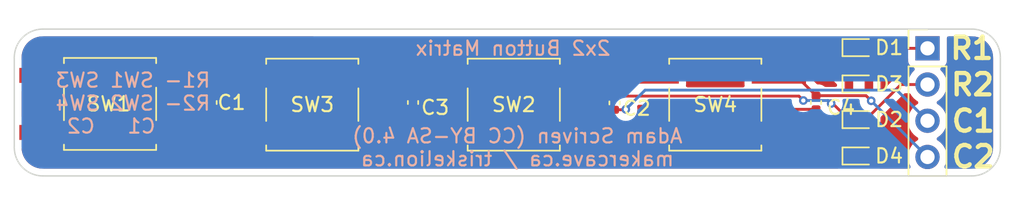
<source format=kicad_pcb>
(kicad_pcb (version 20211014) (generator pcbnew)
  (title_block (comment 4 "AISLER Project ID: IMJNDNFW"))
  (layers (0 "F.Cu" signal) (31 "B.Cu" signal) (34 "B.Paste" user) (35 "F.Paste" user) (36 "B.SilkS" user "B.Silkscreen") (37 "F.SilkS" user "F.Silkscreen") (38 "B.Mask" user) (39 "F.Mask" user) (44 "Edge.Cuts" user))
  (net 0 "")
  (net 1 "Net-(C1-Pad1)")
  (net 2 "GPIO22 (phys 15)")
  (net 3 "Net-(C2-Pad1)")
  (net 4 "Net-(C3-Pad1)")
  (net 5 "GPIO23 (phys 16)")
  (net 6 "Net-(C4-Pad1)")
  (net 7 "GPIO17 (phys 11)")
  (net 8 "GPIO27 (phys 13)")
  (net 9 "Net-(C1-Pad2)")
  (net 10 "Net-(C3-Pad2)")
  (footprint "ul_222JMVABR:222JMVABR" (layer "F.Cu") (at 106.7 94.95 180)
    (fp_text reference "SW1" (at 0.1 0) (layer "F.SilkS"))
    (fp_text value "SW_SPST" hide)
    (fp_line (start 3.2258 3.2258) (end 3.2258 2.858041) (layer "F.SilkS") (width 0.12))
    (fp_line (start -3.2258 -1.141961) (end -3.2258 1.141961) (layer "F.SilkS") (width 0.12))
    (fp_line (start -3.2258 -3.2258) (end -3.2258 -2.858041) (layer "F.SilkS") (width 0.12))
    (fp_line (start -3.2258 3.2258) (end 3.2258 3.2258) (layer "F.SilkS") (width 0.12))
    (fp_line (start -3.2258 2.858041) (end -3.2258 3.2258) (layer "F.SilkS") (width 0.12))
    (fp_line (start 3.2258 -3.2258) (end -3.2258 -3.2258) (layer "F.SilkS") (width 0.12))
    (fp_line (start 3.2258 -2.858041) (end 3.2258 -3.2258) (layer "F.SilkS") (width 0.12))
    (fp_line (start 3.2258 1.141961) (end 3.2258 -1.141961) (layer "F.SilkS") (width 0.12))
    (pad "1" smd rect (at -4.450598 -2.000001 180) (size 3.798799 1.0506) (layers "F.Cu" "F.Paste" "F.Mask"))
    (pad "2" smd rect (at -4.450598 2.000001 180) (size 3.798799 1.0506) (layers "F.Cu" "F.Paste" "F.Mask") (net 1 "Net-(C1-Pad1)"))
    (pad "3" smd rect (at 4.450598 2.000001 180) (size 3.798799 1.0506) (layers "F.Cu" "F.Paste" "F.Mask"))
    (pad "4" smd rect (at 4.450598 -2.000001 180) (size 3.798799 1.0506) (layers "F.Cu" "F.Paste" "F.Mask") (net 9 "Net-(C1-Pad2)"))
  )
  (footprint "Diode_SMD:D_SOD-523" (layer "F.Cu") (at 159.1 93.55)
    (fp_text reference "D3" (at 2.11 0) (layer "F.SilkS"))
    (fp_text value "1N4148")
    (fp_line (start 0.7 -0.6) (end -1.15 -0.6) (layer "F.SilkS") (width 0.12))
    (fp_line (start 0.7 0.6) (end -1.15 0.6) (layer "F.SilkS") (width 0.12))
    (fp_line (start -1.15 -0.6) (end -1.15 0.6) (layer "F.SilkS") (width 0.12))
    (pad "1" smd rect (at -0.7 0 180) (size 0.6 0.7) (layers "F.Cu" "F.Paste" "F.Mask") (net 4 "Net-(C3-Pad1)"))
    (pad "2" smd rect (at 0.7 0 180) (size 0.6 0.7) (layers "F.Cu" "F.Paste" "F.Mask") (net 7 "GPIO17 (phys 11)"))
  )
  (footprint "Capacitor_SMD:C_0402_1005Metric" (layer "F.Cu") (at 127.9 94.85 -90)
    (fp_text reference "C3" (at 0.35 -1.55) (layer "F.SilkS"))
    (fp_text value "0.1uF")
    (fp_line (start -0.107836 0.36) (end 0.107836 0.36) (layer "F.SilkS") (width 0.12))
    (fp_line (start -0.107836 -0.36) (end 0.107836 -0.36) (layer "F.SilkS") (width 0.12))
    (pad "1" smd roundrect (at -0.48 0 270) (size 0.56 0.62) (layers "F.Cu" "F.Paste" "F.Mask") (net 4 "Net-(C3-Pad1)"))
    (pad "2" smd roundrect (at 0.48 0 270) (size 0.56 0.62) (layers "F.Cu" "F.Paste" "F.Mask") (net 10 "Net-(C3-Pad2)"))
  )
  (footprint "Diode_SMD:D_SOD-523" (layer "F.Cu") (at 159.1 96.05)
    (fp_text reference "D2" (at 2.11 0) (layer "F.SilkS"))
    (fp_text value "1N4148")
    (fp_line (start -1.15 -0.6) (end -1.15 0.6) (layer "F.SilkS") (width 0.12))
    (fp_line (start 0.7 -0.6) (end -1.15 -0.6) (layer "F.SilkS") (width 0.12))
    (fp_line (start 0.7 0.6) (end -1.15 0.6) (layer "F.SilkS") (width 0.12))
    (pad "1" smd rect (at -0.7 0 180) (size 0.6 0.7) (layers "F.Cu" "F.Paste" "F.Mask") (net 3 "Net-(C2-Pad1)"))
    (pad "2" smd rect (at 0.7 0 180) (size 0.6 0.7) (layers "F.Cu" "F.Paste" "F.Mask") (net 8 "GPIO27 (phys 13)"))
  )
  (footprint "Connector_PinHeader_2.54mm:PinHeader_1x04_P2.54mm_Vertical" (layer "F.Cu") (at 163.9 91.05)
    (fp_text reference "J1" hide)
    (fp_text value "Conn_01x04_Male")
    (fp_line (start 1.33 1.27) (end 1.33 8.95) (layer "F.SilkS") (width 0.12))
    (fp_line (start -1.33 1.27) (end -1.33 8.95) (layer "F.SilkS") (width 0.12))
    (fp_line (start -1.33 1.27) (end 1.33 1.27) (layer "F.SilkS") (width 0.12))
    (fp_line (start -1.33 8.95) (end 1.33 8.95) (layer "F.SilkS") (width 0.12))
    (fp_line (start -1.33 -1.33) (end 0 -1.33) (layer "F.SilkS") (width 0.12))
    (fp_line (start -1.33 0) (end -1.33 -1.33) (layer "F.SilkS") (width 0.12))
    (pad "1" thru_hole rect (at 0 0) (size 1.7 1.7) (drill 1) (layers *.Cu *.Mask) (net 7 "GPIO17 (phys 11)"))
    (pad "2" thru_hole oval (at 0 2.54) (size 1.7 1.7) (drill 1) (layers *.Cu *.Mask) (net 8 "GPIO27 (phys 13)"))
    (pad "3" thru_hole oval (at 0 5.08) (size 1.7 1.7) (drill 1) (layers *.Cu *.Mask) (net 2 "GPIO22 (phys 15)"))
    (pad "4" thru_hole oval (at 0 7.62) (size 1.7 1.7) (drill 1) (layers *.Cu *.Mask) (net 5 "GPIO23 (phys 16)"))
  )
  (footprint "Diode_SMD:D_SOD-523" (layer "F.Cu") (at 159.1 98.6)
    (fp_text reference "D4" (at 2.11 0) (layer "F.SilkS"))
    (fp_text value "1N4148")
    (fp_line (start 0.7 0.6) (end -1.15 0.6) (layer "F.SilkS") (width 0.12))
    (fp_line (start 0.7 -0.6) (end -1.15 -0.6) (layer "F.SilkS") (width 0.12))
    (fp_line (start -1.15 -0.6) (end -1.15 0.6) (layer "F.SilkS") (width 0.12))
    (pad "1" smd rect (at -0.7 0 180) (size 0.6 0.7) (layers "F.Cu" "F.Paste" "F.Mask") (net 6 "Net-(C4-Pad1)"))
    (pad "2" smd rect (at 0.7 0 180) (size 0.6 0.7) (layers "F.Cu" "F.Paste" "F.Mask") (net 8 "GPIO27 (phys 13)"))
  )
  (footprint "Capacitor_SMD:C_0402_1005Metric" (layer "F.Cu") (at 113.8 94.85 -90)
    (fp_text reference "C1" (at 0 -1.4) (layer "F.SilkS"))
    (fp_text value "0.1uF")
    (fp_line (start -0.107836 0.36) (end 0.107836 0.36) (layer "F.SilkS") (width 0.12))
    (fp_line (start -0.107836 -0.36) (end 0.107836 -0.36) (layer "F.SilkS") (width 0.12))
    (pad "1" smd roundrect (at -0.48 0 270) (size 0.56 0.62) (layers "F.Cu" "F.Paste" "F.Mask") (net 1 "Net-(C1-Pad1)"))
    (pad "2" smd roundrect (at 0.48 0 270) (size 0.56 0.62) (layers "F.Cu" "F.Paste" "F.Mask") (net 9 "Net-(C1-Pad2)"))
  )
  (footprint "ul_222JMVABR:222JMVABR" (layer "F.Cu") (at 134.95 95 180)
    (fp_text reference "SW2" (at 0 0) (layer "F.SilkS"))
    (fp_text value "SW_SPST" hide)
    (fp_line (start 3.2258 3.2258) (end 3.2258 2.858041) (layer "F.SilkS") (width 0.12))
    (fp_line (start -3.2258 -3.2258) (end -3.2258 -2.858041) (layer "F.SilkS") (width 0.12))
    (fp_line (start 3.2258 -2.858041) (end 3.2258 -3.2258) (layer "F.SilkS") (width 0.12))
    (fp_line (start -3.2258 -1.141961) (end -3.2258 1.141961) (layer "F.SilkS") (width 0.12))
    (fp_line (start 3.2258 1.141961) (end 3.2258 -1.141961) (layer "F.SilkS") (width 0.12))
    (fp_line (start 3.2258 -3.2258) (end -3.2258 -3.2258) (layer "F.SilkS") (width 0.12))
    (fp_line (start -3.2258 3.2258) (end 3.2258 3.2258) (layer "F.SilkS") (width 0.12))
    (fp_line (start -3.2258 2.858041) (end -3.2258 3.2258) (layer "F.SilkS") (width 0.12))
    (pad "1" smd rect (at -4.450598 -2.000001 180) (size 3.798799 1.0506) (layers "F.Cu" "F.Paste" "F.Mask"))
    (pad "2" smd rect (at -4.450598 2.000001 180) (size 3.798799 1.0506) (layers "F.Cu" "F.Paste" "F.Mask") (net 3 "Net-(C2-Pad1)"))
    (pad "3" smd rect (at 4.450598 2.000001 180) (size 3.798799 1.0506) (layers "F.Cu" "F.Paste" "F.Mask") (net 9 "Net-(C1-Pad2)"))
    (pad "4" smd rect (at 4.450598 -2.000001 180) (size 3.798799 1.0506) (layers "F.Cu" "F.Paste" "F.Mask") (net 2 "GPIO22 (phys 15)"))
  )
  (footprint "Diode_SMD:D_SOD-523" (layer "F.Cu") (at 159.1 91)
    (fp_text reference "D1" (at 2.11 0) (layer "F.SilkS"))
    (fp_text value "1N4148")
    (fp_line (start -1.15 -0.6) (end -1.15 0.6) (layer "F.SilkS") (width 0.12))
    (fp_line (start 0.7 0.6) (end -1.15 0.6) (layer "F.SilkS") (width 0.12))
    (fp_line (start 0.7 -0.6) (end -1.15 -0.6) (layer "F.SilkS") (width 0.12))
    (pad "1" smd rect (at -0.7 0 180) (size 0.6 0.7) (layers "F.Cu" "F.Paste" "F.Mask") (net 1 "Net-(C1-Pad1)"))
    (pad "2" smd rect (at 0.7 0 180) (size 0.6 0.7) (layers "F.Cu" "F.Paste" "F.Mask") (net 7 "GPIO17 (phys 11)"))
  )
  (footprint "ul_222JMVABR:222JMVABR" (layer "F.Cu") (at 120.85 95 180)
    (fp_text reference "SW3" (at 0 0) (layer "F.SilkS"))
    (fp_text value "SW_SPST" hide)
    (fp_line (start -3.2258 3.2258) (end 3.2258 3.2258) (layer "F.SilkS") (width 0.12))
    (fp_line (start 3.2258 -2.858041) (end 3.2258 -3.2258) (layer "F.SilkS") (width 0.12))
    (fp_line (start -3.2258 2.858041) (end -3.2258 3.2258) (layer "F.SilkS") (width 0.12))
    (fp_line (start 3.2258 3.2258) (end 3.2258 2.858041) (layer "F.SilkS") (width 0.12))
    (fp_line (start 3.2258 1.141961) (end 3.2258 -1.141961) (layer "F.SilkS") (width 0.12))
    (fp_line (start 3.2258 -3.2258) (end -3.2258 -3.2258) (layer "F.SilkS") (width 0.12))
    (fp_line (start -3.2258 -1.141961) (end -3.2258 1.141961) (layer "F.SilkS") (width 0.12))
    (fp_line (start -3.2258 -3.2258) (end -3.2258 -2.858041) (layer "F.SilkS") (width 0.12))
    (pad "1" smd rect (at -4.450598 -2.000001 180) (size 3.798799 1.0506) (layers "F.Cu" "F.Paste" "F.Mask"))
    (pad "2" smd rect (at -4.450598 2.000001 180) (size 3.798799 1.0506) (layers "F.Cu" "F.Paste" "F.Mask") (net 4 "Net-(C3-Pad1)"))
    (pad "3" smd rect (at 4.450598 2.000001 180) (size 3.798799 1.0506) (layers "F.Cu" "F.Paste" "F.Mask"))
    (pad "4" smd rect (at 4.450598 -2.000001 180) (size 3.798799 1.0506) (layers "F.Cu" "F.Paste" "F.Mask") (net 10 "Net-(C3-Pad2)"))
  )
  (footprint "Capacitor_SMD:C_0402_1005Metric" (layer "F.Cu") (at 156.1 94.85 90)
    (fp_text reference "C4" (at -0.35 1.75) (layer "F.SilkS"))
    (fp_text value "0.1uF")
    (fp_line (start -0.107836 0.36) (end 0.107836 0.36) (layer "F.SilkS") (width 0.12))
    (fp_line (start -0.107836 -0.36) (end 0.107836 -0.36) (layer "F.SilkS") (width 0.12))
    (pad "1" smd roundrect (at -0.48 0 90) (size 0.56 0.62) (layers "F.Cu" "F.Paste" "F.Mask") (net 6 "Net-(C4-Pad1)"))
    (pad "2" smd roundrect (at 0.48 0 90) (size 0.56 0.62) (layers "F.Cu" "F.Paste" "F.Mask") (net 5 "GPIO23 (phys 16)"))
  )
  (footprint "ul_222JMVABR:222JMVABR" (layer "F.Cu") (at 149.05 95)
    (fp_text reference "SW4" (at 0 0) (layer "F.SilkS"))
    (fp_text value "SW_SPST" hide)
    (fp_line (start 3.2258 -2.858041) (end 3.2258 -3.2258) (layer "F.SilkS") (width 0.12))
    (fp_line (start -3.2258 -3.2258) (end -3.2258 -2.858041) (layer "F.SilkS") (width 0.12))
    (fp_line (start 3.2258 1.141961) (end 3.2258 -1.141961) (layer "F.SilkS") (width 0.12))
    (fp_line (start 3.2258 -3.2258) (end -3.2258 -3.2258) (layer "F.SilkS") (width 0.12))
    (fp_line (start -3.2258 -1.141961) (end -3.2258 1.141961) (layer "F.SilkS") (width 0.12))
    (fp_line (start 3.2258 3.2258) (end 3.2258 2.858041) (layer "F.SilkS") (width 0.12))
    (fp_line (start -3.2258 2.858041) (end -3.2258 3.2258) (layer "F.SilkS") (width 0.12))
    (fp_line (start -3.2258 3.2258) (end 3.2258 3.2258) (layer "F.SilkS") (width 0.12))
    (pad "1" smd rect (at -4.450598 -2.000001) (size 3.798799 1.0506) (layers "F.Cu" "F.Paste" "F.Mask"))
    (pad "2" smd rect (at -4.450598 2.000001) (size 3.798799 1.0506) (layers "F.Cu" "F.Paste" "F.Mask") (net 6 "Net-(C4-Pad1)"))
    (pad "3" smd rect (at 4.450598 2.000001) (size 3.798799 1.0506) (layers "F.Cu" "F.Paste" "F.Mask") (net 10 "Net-(C3-Pad2)"))
    (pad "4" smd rect (at 4.450598 -2.000001) (size 3.798799 1.0506) (layers "F.Cu" "F.Paste" "F.Mask") (net 5 "GPIO23 (phys 16)"))
  )
  (footprint "Capacitor_SMD:C_0402_1005Metric" (layer "F.Cu") (at 142 94.88 -90)
    (fp_text reference "C2" (at 0.38 -1.55) (layer "F.SilkS"))
    (fp_text value "0.1uF")
    (fp_line (start -0.107836 0.36) (end 0.107836 0.36) (layer "F.SilkS") (width 0.12))
    (fp_line (start -0.107836 -0.36) (end 0.107836 -0.36) (layer "F.SilkS") (width 0.12))
    (pad "1" smd roundrect (at -0.48 0 270) (size 0.56 0.62) (layers "F.Cu" "F.Paste" "F.Mask") (net 3 "Net-(C2-Pad1)"))
    (pad "2" smd roundrect (at 0.48 0 270) (size 0.56 0.62) (layers "F.Cu" "F.Paste" "F.Mask") (net 2 "GPIO22 (phys 15)"))
  )
  (gr_line (start 169 91.7) (end 169 98) (layer "Edge.Cuts") (width 0.1))
  (gr_arc (start 102 100) (mid 100.585786 99.414214) (end 100 98) (layer "Edge.Cuts") (width 0.1))
  (gr_arc (start 100 91.7) (mid 100.585786 90.285786) (end 102 89.7) (layer "Edge.Cuts") (width 0.1))
  (gr_line (start 100 98) (end 100 91.7) (layer "Edge.Cuts") (width 0.1))
  (gr_arc (start 169 98) (mid 168.414214 99.414214) (end 167 100) (layer "Edge.Cuts") (width 0.1))
  (gr_line (start 102 89.7) (end 167 89.7) (layer "Edge.Cuts") (width 0.1))
  (gr_line (start 167 100) (end 102 100) (layer "Edge.Cuts") (width 0.1))
  (gr_arc (start 167 89.7) (mid 168.414214 90.285786) (end 169 91.7) (layer "Edge.Cuts") (width 0.1))
  (gr_text "2x2 Button Matrix" (at 134.9 91.05) (layer "B.SilkS") (effects (font (size 1 1)) (justify mirror)))
  (gr_text "Adam Scriven (CC BY-SA 4.0)\nmakercave.ca / triskelion.ca" (at 135.2 98) (layer "B.SilkS") (effects (font (size 1 1)) (justify mirror)))
  (gr_text "R1- SW1 SW3\nR2- SW2 SW4\n    C1   C2" (at 108.3 94.9) (layer "B.SilkS") (effects (font (size 1 1)) (justify mirror)))
  (gr_text "R2" (at 167.05 93.6) (layer "F.SilkS") (effects (font (size 1.5 1.5) (thickness 0.3))))
  (gr_text "C2" (at 167.1 98.65) (layer "F.SilkS") (effects (font (size 1.5 1.5) (thickness 0.3))))
  (gr_text "C1" (at 167.1 96.15) (layer "F.SilkS") (effects (font (size 1.5 1.5) (thickness 0.3))))
  (gr_text "R1" (at 167 91.05) (layer "F.SilkS") (effects (font (size 1.5 1.5) (thickness 0.3))))
  (segment (start 112.379999 92.949999) (end 113.8 94.37) (width 0.2) (layer "F.Cu") (net 1))
  (segment (start 121.22 91) (end 158.4 91) (width 0.2) (layer "F.Cu") (net 1))
  (segment (start 117.85 94.37) (end 121.22 91) (width 0.2) (layer "F.Cu") (net 1))
  (segment (start 113.8 94.37) (end 117.85 94.37) (width 0.2) (layer "F.Cu") (net 1))
  (segment (start 111.150598 92.949999) (end 112.379999 92.949999) (width 0.2) (layer "F.Cu") (net 1))
  (segment (start 142.76 95.36) (end 142.79 95.33) (width 0.2) (layer "F.Cu") (net 2))
  (segment (start 142 95.36) (end 142.76 95.36) (width 0.2) (layer "F.Cu") (net 2))
  (segment (start 132.139403 95.36) (end 142 95.36) (width 0.2) (layer "F.Cu") (net 2))
  (segment (start 130.499402 97.000001) (end 132.139403 95.36) (width 0.2) (layer "F.Cu") (net 2))
  (via (at 142.79 95.33) (size 0.6) (drill 0.3) (layers "F.Cu" "B.Cu") (net 2))
  (segment (start 144.14 93.98) (end 142.79 95.33) (width 0.2) (layer "B.Cu") (net 2))
  (segment (start 161.75 93.98) (end 144.14 93.98) (width 0.2) (layer "B.Cu") (net 2))
  (segment (start 163.9 96.13) (end 161.75 93.98) (width 0.2) (layer "B.Cu") (net 2))
  (segment (start 157.2719 94.9219) (end 157.157914 94.9219) (width 0.2) (layer "F.Cu") (net 3))
  (segment (start 154.9 94.4) (end 155.21 94.71) (width 0.2) (layer "F.Cu") (net 3))
  (segment (start 139.400598 92.999999) (end 140.599999 92.999999) (width 0.2) (layer "F.Cu") (net 3))
  (segment (start 158.4 96.05) (end 157.2719 94.9219) (width 0.2) (layer "F.Cu") (net 3))
  (segment (start 140.599999 92.999999) (end 142 94.4) (width 0.2) (layer "F.Cu") (net 3))
  (segment (start 142 94.4) (end 154.9 94.4) (width 0.2) (layer "F.Cu") (net 3))
  (via (at 157.157914 94.9219) (size 0.6) (drill 0.3) (layers "F.Cu" "B.Cu") (net 3))
  (via (at 155.21 94.71) (size 0.6) (drill 0.3) (layers "F.Cu" "B.Cu") (net 3))
  (segment (start 156.946014 94.71) (end 155.21 94.71) (width 0.2) (layer "B.Cu") (net 3))
  (segment (start 157.157914 94.9219) (end 156.946014 94.71) (width 0.2) (layer "B.Cu") (net 3))
  (segment (start 132.057922 94.37) (end 134.205134 92.222788) (width 0.2) (layer "F.Cu") (net 4))
  (segment (start 126.529999 92.999999) (end 127.9 94.37) (width 0.2) (layer "F.Cu") (net 4))
  (segment (start 127.9 94.37) (end 132.057922 94.37) (width 0.2) (layer "F.Cu") (net 4))
  (segment (start 157.072788 92.222788) (end 158.4 93.55) (width 0.2) (layer "F.Cu") (net 4))
  (segment (start 125.300598 92.999999) (end 126.529999 92.999999) (width 0.2) (layer "F.Cu") (net 4))
  (segment (start 134.205134 92.222788) (end 157.072788 92.222788) (width 0.2) (layer "F.Cu") (net 4))
  (segment (start 159.6 94.37) (end 159.96 94.73) (width 0.2) (layer "F.Cu") (net 5))
  (segment (start 156.1 94.37) (end 159.6 94.37) (width 0.2) (layer "F.Cu") (net 5))
  (segment (start 154.729999 92.999999) (end 156.1 94.37) (width 0.2) (layer "F.Cu") (net 5))
  (segment (start 153.500598 92.999999) (end 154.729999 92.999999) (width 0.2) (layer "F.Cu") (net 5))
  (via (at 159.96 94.73) (size 0.6) (drill 0.3) (layers "F.Cu" "B.Cu") (net 5))
  (segment (start 163.9 98.67) (end 159.96 94.73) (width 0.2) (layer "B.Cu") (net 5))
  (segment (start 146.269403 95.33) (end 156.1 95.33) (width 0.2) (layer "F.Cu") (net 6))
  (segment (start 144.599402 97.000001) (end 146.269403 95.33) (width 0.2) (layer "F.Cu") (net 6))
  (segment (start 156.1 95.33) (end 158.4 97.63) (width 0.2) (layer "F.Cu") (net 6))
  (segment (start 158.4 97.63) (end 158.4 98.6) (width 0.2) (layer "F.Cu") (net 6))
  (segment (start 159.85 91.05) (end 159.8 91) (width 0.2) (layer "F.Cu") (net 7))
  (segment (start 159.8 91) (end 159.8 93.55) (width 0.2) (layer "F.Cu") (net 7))
  (segment (start 163.9 91.05) (end 159.85 91.05) (width 0.2) (layer "F.Cu") (net 7))
  (segment (start 159.8 95.829493) (end 159.8 96.05) (width 0.2) (layer "F.Cu") (net 8))
  (segment (start 163.9 93.59) (end 162.039493 93.59) (width 0.2) (layer "F.Cu") (net 8))
  (segment (start 159.8 96.05) (end 159.8 98.6) (width 0.2) (layer "F.Cu") (net 8))
  (segment (start 162.039493 93.59) (end 159.8 95.829493) (width 0.2) (layer "F.Cu") (net 8))
  (segment (start 129.722191 92.222788) (end 130.499402 92.999999) (width 0.2) (layer "F.Cu") (net 9))
  (segment (start 121.237212 92.222788) (end 129.722191 92.222788) (width 0.2) (layer "F.Cu") (net 9))
  (segment (start 113.8 95.33) (end 118.13 95.33) (width 0.2) (layer "F.Cu") (net 9))
  (segment (start 103.869403 95.33) (end 113.8 95.33) (width 0.2) (layer "F.Cu") (net 9))
  (segment (start 118.13 95.33) (end 121.237212 92.222788) (width 0.2) (layer "F.Cu") (net 9))
  (segment (start 102.249402 96.950001) (end 103.869403 95.33) (width 0.2) (layer "F.Cu") (net 9))
  (segment (start 127.9 97.32912) (end 128.348092 97.777212) (width 0.2) (layer "F.Cu") (net 10))
  (segment (start 117.773501 97.000001) (end 119.443502 95.33) (width 0.2) (layer "F.Cu") (net 10))
  (segment (start 152.723387 97.777212) (end 153.500598 97.000001) (width 0.2) (layer "F.Cu") (net 10))
  (segment (start 116.399402 97.000001) (end 117.773501 97.000001) (width 0.2) (layer "F.Cu") (net 10))
  (segment (start 128.348092 97.777212) (end 152.723387 97.777212) (width 0.2) (layer "F.Cu") (net 10))
  (segment (start 127.9 95.33) (end 127.9 97.32912) (width 0.2) (layer "F.Cu") (net 10))
  (segment (start 119.443502 95.33) (end 127.9 95.33) (width 0.2) (layer "F.Cu") (net 10))
  (zone (net 0) (net_name "") (layer "F.Cu") (connect_pads (clearance 0.508)) (min_thickness 0.254) (fill yes (thermal_gap 0.508) (thermal_bridge_width 0.508))
    (polygon (pts (xy 169 100) (xy 100 100) (xy 100 89.7) (xy 169 89.7)))
  )
  (zone (net 0) (net_name "") (layer "B.Cu") (connect_pads (clearance 0.508)) (min_thickness 0.254) (fill yes (thermal_gap 0.508) (thermal_bridge_width 0.508))
    (polygon (pts (xy 169 100) (xy 100 100) (xy 100 89.7) (xy 169 89.7)))
  )
)
</source>
